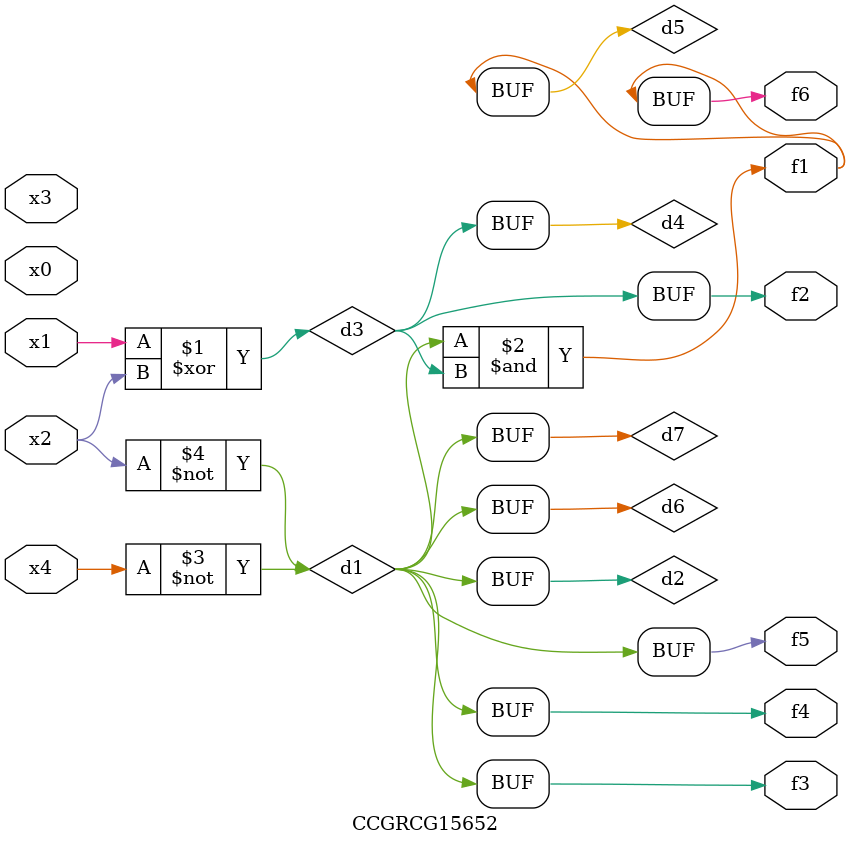
<source format=v>
module CCGRCG15652(
	input x0, x1, x2, x3, x4,
	output f1, f2, f3, f4, f5, f6
);

	wire d1, d2, d3, d4, d5, d6, d7;

	not (d1, x4);
	not (d2, x2);
	xor (d3, x1, x2);
	buf (d4, d3);
	and (d5, d1, d3);
	buf (d6, d1, d2);
	buf (d7, d2);
	assign f1 = d5;
	assign f2 = d4;
	assign f3 = d7;
	assign f4 = d7;
	assign f5 = d7;
	assign f6 = d5;
endmodule

</source>
